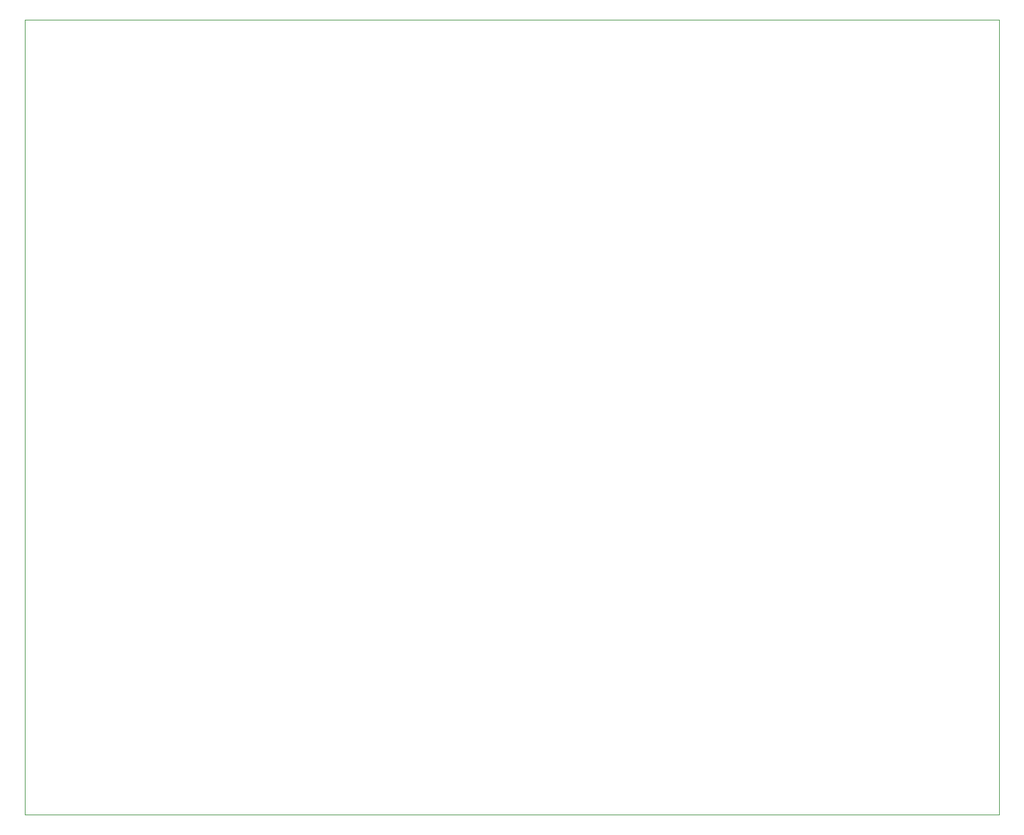
<source format=gbr>
%TF.GenerationSoftware,KiCad,Pcbnew,7.0.9*%
%TF.CreationDate,2024-05-29T20:40:17+05:30*%
%TF.ProjectId,LU,4c552e6b-6963-4616-945f-706362585858,rev?*%
%TF.SameCoordinates,Original*%
%TF.FileFunction,Profile,NP*%
%FSLAX46Y46*%
G04 Gerber Fmt 4.6, Leading zero omitted, Abs format (unit mm)*
G04 Created by KiCad (PCBNEW 7.0.9) date 2024-05-29 20:40:17*
%MOMM*%
%LPD*%
G01*
G04 APERTURE LIST*
%TA.AperFunction,Profile*%
%ADD10C,0.100000*%
%TD*%
G04 APERTURE END LIST*
D10*
X87300000Y-92800000D02*
X216600000Y-92800000D01*
X216600000Y-198300000D01*
X87300000Y-198300000D01*
X87300000Y-92800000D01*
M02*

</source>
